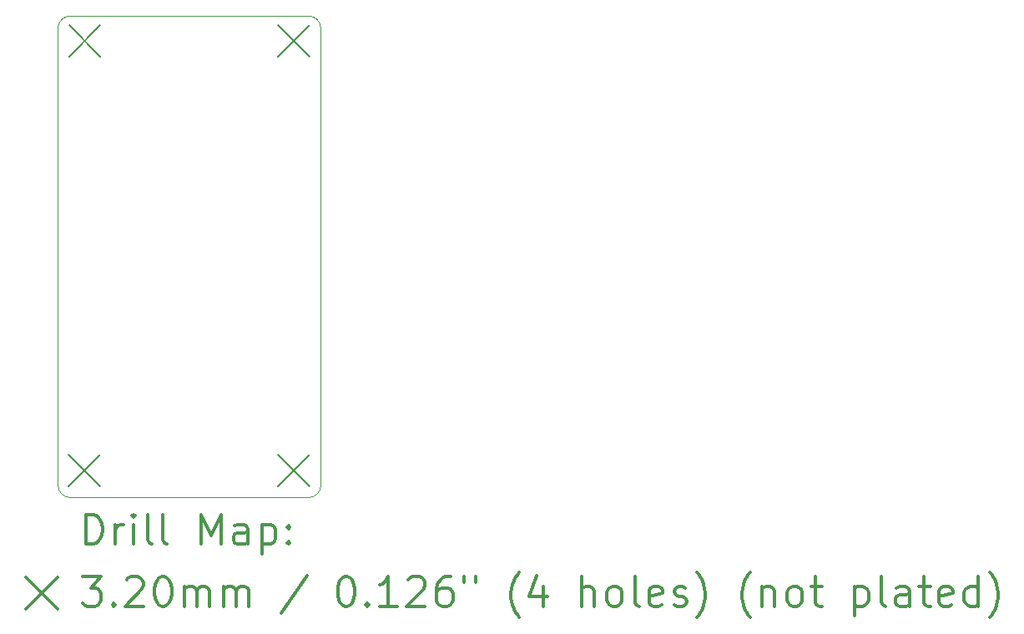
<source format=gbr>
%FSLAX45Y45*%
G04 Gerber Fmt 4.5, Leading zero omitted, Abs format (unit mm)*
G04 Created by KiCad (PCBNEW 5.1.5-52549c5~85~ubuntu18.04.1) date 2020-03-29 12:38:47*
%MOMM*%
%LPD*%
G04 APERTURE LIST*
%TA.AperFunction,Profile*%
%ADD10C,0.120000*%
%TD*%
%ADD11C,0.200000*%
%ADD12C,0.300000*%
G04 APERTURE END LIST*
D10*
X11938000Y-10414489D02*
G75*
G02X12065000Y-10287489I127000J0D01*
G01*
X14605000Y-15049500D02*
G75*
G02X14478000Y-15176500I-127000J0D01*
G01*
X14478000Y-10287489D02*
G75*
G02X14605000Y-10414489I0J-127000D01*
G01*
X12065000Y-15176989D02*
G75*
G02X11938000Y-15049989I0J127000D01*
G01*
X14605000Y-15049500D02*
X14605000Y-10414000D01*
X12065000Y-15176500D02*
X14478000Y-15176500D01*
X11938000Y-10414000D02*
X11938000Y-15049500D01*
X14478000Y-10287489D02*
X12065000Y-10287489D01*
D11*
X12043500Y-14743000D02*
X12363500Y-15063000D01*
X12363500Y-14743000D02*
X12043500Y-15063000D01*
X12048500Y-10380000D02*
X12368500Y-10700000D01*
X12368500Y-10380000D02*
X12048500Y-10700000D01*
X14168500Y-10380000D02*
X14488500Y-10700000D01*
X14488500Y-10380000D02*
X14168500Y-10700000D01*
X14168500Y-14743000D02*
X14488500Y-15063000D01*
X14488500Y-14743000D02*
X14168500Y-15063000D01*
D12*
X12218428Y-15648703D02*
X12218428Y-15348703D01*
X12289857Y-15348703D01*
X12332714Y-15362989D01*
X12361286Y-15391560D01*
X12375571Y-15420132D01*
X12389857Y-15477275D01*
X12389857Y-15520132D01*
X12375571Y-15577275D01*
X12361286Y-15605846D01*
X12332714Y-15634418D01*
X12289857Y-15648703D01*
X12218428Y-15648703D01*
X12518428Y-15648703D02*
X12518428Y-15448703D01*
X12518428Y-15505846D02*
X12532714Y-15477275D01*
X12547000Y-15462989D01*
X12575571Y-15448703D01*
X12604143Y-15448703D01*
X12704143Y-15648703D02*
X12704143Y-15448703D01*
X12704143Y-15348703D02*
X12689857Y-15362989D01*
X12704143Y-15377275D01*
X12718428Y-15362989D01*
X12704143Y-15348703D01*
X12704143Y-15377275D01*
X12889857Y-15648703D02*
X12861286Y-15634418D01*
X12847000Y-15605846D01*
X12847000Y-15348703D01*
X13047000Y-15648703D02*
X13018428Y-15634418D01*
X13004143Y-15605846D01*
X13004143Y-15348703D01*
X13389857Y-15648703D02*
X13389857Y-15348703D01*
X13489857Y-15562989D01*
X13589857Y-15348703D01*
X13589857Y-15648703D01*
X13861286Y-15648703D02*
X13861286Y-15491560D01*
X13847000Y-15462989D01*
X13818428Y-15448703D01*
X13761286Y-15448703D01*
X13732714Y-15462989D01*
X13861286Y-15634418D02*
X13832714Y-15648703D01*
X13761286Y-15648703D01*
X13732714Y-15634418D01*
X13718428Y-15605846D01*
X13718428Y-15577275D01*
X13732714Y-15548703D01*
X13761286Y-15534418D01*
X13832714Y-15534418D01*
X13861286Y-15520132D01*
X14004143Y-15448703D02*
X14004143Y-15748703D01*
X14004143Y-15462989D02*
X14032714Y-15448703D01*
X14089857Y-15448703D01*
X14118428Y-15462989D01*
X14132714Y-15477275D01*
X14147000Y-15505846D01*
X14147000Y-15591560D01*
X14132714Y-15620132D01*
X14118428Y-15634418D01*
X14089857Y-15648703D01*
X14032714Y-15648703D01*
X14004143Y-15634418D01*
X14275571Y-15620132D02*
X14289857Y-15634418D01*
X14275571Y-15648703D01*
X14261286Y-15634418D01*
X14275571Y-15620132D01*
X14275571Y-15648703D01*
X14275571Y-15462989D02*
X14289857Y-15477275D01*
X14275571Y-15491560D01*
X14261286Y-15477275D01*
X14275571Y-15462989D01*
X14275571Y-15491560D01*
X11612000Y-15982989D02*
X11932000Y-16302989D01*
X11932000Y-15982989D02*
X11612000Y-16302989D01*
X12189857Y-15978703D02*
X12375571Y-15978703D01*
X12275571Y-16092989D01*
X12318428Y-16092989D01*
X12347000Y-16107275D01*
X12361286Y-16121560D01*
X12375571Y-16150132D01*
X12375571Y-16221560D01*
X12361286Y-16250132D01*
X12347000Y-16264418D01*
X12318428Y-16278703D01*
X12232714Y-16278703D01*
X12204143Y-16264418D01*
X12189857Y-16250132D01*
X12504143Y-16250132D02*
X12518428Y-16264418D01*
X12504143Y-16278703D01*
X12489857Y-16264418D01*
X12504143Y-16250132D01*
X12504143Y-16278703D01*
X12632714Y-16007275D02*
X12647000Y-15992989D01*
X12675571Y-15978703D01*
X12747000Y-15978703D01*
X12775571Y-15992989D01*
X12789857Y-16007275D01*
X12804143Y-16035846D01*
X12804143Y-16064418D01*
X12789857Y-16107275D01*
X12618428Y-16278703D01*
X12804143Y-16278703D01*
X12989857Y-15978703D02*
X13018428Y-15978703D01*
X13047000Y-15992989D01*
X13061286Y-16007275D01*
X13075571Y-16035846D01*
X13089857Y-16092989D01*
X13089857Y-16164418D01*
X13075571Y-16221560D01*
X13061286Y-16250132D01*
X13047000Y-16264418D01*
X13018428Y-16278703D01*
X12989857Y-16278703D01*
X12961286Y-16264418D01*
X12947000Y-16250132D01*
X12932714Y-16221560D01*
X12918428Y-16164418D01*
X12918428Y-16092989D01*
X12932714Y-16035846D01*
X12947000Y-16007275D01*
X12961286Y-15992989D01*
X12989857Y-15978703D01*
X13218428Y-16278703D02*
X13218428Y-16078703D01*
X13218428Y-16107275D02*
X13232714Y-16092989D01*
X13261286Y-16078703D01*
X13304143Y-16078703D01*
X13332714Y-16092989D01*
X13347000Y-16121560D01*
X13347000Y-16278703D01*
X13347000Y-16121560D02*
X13361286Y-16092989D01*
X13389857Y-16078703D01*
X13432714Y-16078703D01*
X13461286Y-16092989D01*
X13475571Y-16121560D01*
X13475571Y-16278703D01*
X13618428Y-16278703D02*
X13618428Y-16078703D01*
X13618428Y-16107275D02*
X13632714Y-16092989D01*
X13661286Y-16078703D01*
X13704143Y-16078703D01*
X13732714Y-16092989D01*
X13747000Y-16121560D01*
X13747000Y-16278703D01*
X13747000Y-16121560D02*
X13761286Y-16092989D01*
X13789857Y-16078703D01*
X13832714Y-16078703D01*
X13861286Y-16092989D01*
X13875571Y-16121560D01*
X13875571Y-16278703D01*
X14461286Y-15964418D02*
X14204143Y-16350132D01*
X14847000Y-15978703D02*
X14875571Y-15978703D01*
X14904143Y-15992989D01*
X14918428Y-16007275D01*
X14932714Y-16035846D01*
X14947000Y-16092989D01*
X14947000Y-16164418D01*
X14932714Y-16221560D01*
X14918428Y-16250132D01*
X14904143Y-16264418D01*
X14875571Y-16278703D01*
X14847000Y-16278703D01*
X14818428Y-16264418D01*
X14804143Y-16250132D01*
X14789857Y-16221560D01*
X14775571Y-16164418D01*
X14775571Y-16092989D01*
X14789857Y-16035846D01*
X14804143Y-16007275D01*
X14818428Y-15992989D01*
X14847000Y-15978703D01*
X15075571Y-16250132D02*
X15089857Y-16264418D01*
X15075571Y-16278703D01*
X15061286Y-16264418D01*
X15075571Y-16250132D01*
X15075571Y-16278703D01*
X15375571Y-16278703D02*
X15204143Y-16278703D01*
X15289857Y-16278703D02*
X15289857Y-15978703D01*
X15261286Y-16021560D01*
X15232714Y-16050132D01*
X15204143Y-16064418D01*
X15489857Y-16007275D02*
X15504143Y-15992989D01*
X15532714Y-15978703D01*
X15604143Y-15978703D01*
X15632714Y-15992989D01*
X15647000Y-16007275D01*
X15661286Y-16035846D01*
X15661286Y-16064418D01*
X15647000Y-16107275D01*
X15475571Y-16278703D01*
X15661286Y-16278703D01*
X15918428Y-15978703D02*
X15861286Y-15978703D01*
X15832714Y-15992989D01*
X15818428Y-16007275D01*
X15789857Y-16050132D01*
X15775571Y-16107275D01*
X15775571Y-16221560D01*
X15789857Y-16250132D01*
X15804143Y-16264418D01*
X15832714Y-16278703D01*
X15889857Y-16278703D01*
X15918428Y-16264418D01*
X15932714Y-16250132D01*
X15947000Y-16221560D01*
X15947000Y-16150132D01*
X15932714Y-16121560D01*
X15918428Y-16107275D01*
X15889857Y-16092989D01*
X15832714Y-16092989D01*
X15804143Y-16107275D01*
X15789857Y-16121560D01*
X15775571Y-16150132D01*
X16061286Y-15978703D02*
X16061286Y-16035846D01*
X16175571Y-15978703D02*
X16175571Y-16035846D01*
X16618428Y-16392989D02*
X16604143Y-16378703D01*
X16575571Y-16335846D01*
X16561286Y-16307275D01*
X16547000Y-16264418D01*
X16532714Y-16192989D01*
X16532714Y-16135846D01*
X16547000Y-16064418D01*
X16561286Y-16021560D01*
X16575571Y-15992989D01*
X16604143Y-15950132D01*
X16618428Y-15935846D01*
X16861286Y-16078703D02*
X16861286Y-16278703D01*
X16789857Y-15964418D02*
X16718428Y-16178703D01*
X16904143Y-16178703D01*
X17247000Y-16278703D02*
X17247000Y-15978703D01*
X17375571Y-16278703D02*
X17375571Y-16121560D01*
X17361286Y-16092989D01*
X17332714Y-16078703D01*
X17289857Y-16078703D01*
X17261286Y-16092989D01*
X17247000Y-16107275D01*
X17561286Y-16278703D02*
X17532714Y-16264418D01*
X17518428Y-16250132D01*
X17504143Y-16221560D01*
X17504143Y-16135846D01*
X17518428Y-16107275D01*
X17532714Y-16092989D01*
X17561286Y-16078703D01*
X17604143Y-16078703D01*
X17632714Y-16092989D01*
X17647000Y-16107275D01*
X17661286Y-16135846D01*
X17661286Y-16221560D01*
X17647000Y-16250132D01*
X17632714Y-16264418D01*
X17604143Y-16278703D01*
X17561286Y-16278703D01*
X17832714Y-16278703D02*
X17804143Y-16264418D01*
X17789857Y-16235846D01*
X17789857Y-15978703D01*
X18061286Y-16264418D02*
X18032714Y-16278703D01*
X17975571Y-16278703D01*
X17947000Y-16264418D01*
X17932714Y-16235846D01*
X17932714Y-16121560D01*
X17947000Y-16092989D01*
X17975571Y-16078703D01*
X18032714Y-16078703D01*
X18061286Y-16092989D01*
X18075571Y-16121560D01*
X18075571Y-16150132D01*
X17932714Y-16178703D01*
X18189857Y-16264418D02*
X18218428Y-16278703D01*
X18275571Y-16278703D01*
X18304143Y-16264418D01*
X18318428Y-16235846D01*
X18318428Y-16221560D01*
X18304143Y-16192989D01*
X18275571Y-16178703D01*
X18232714Y-16178703D01*
X18204143Y-16164418D01*
X18189857Y-16135846D01*
X18189857Y-16121560D01*
X18204143Y-16092989D01*
X18232714Y-16078703D01*
X18275571Y-16078703D01*
X18304143Y-16092989D01*
X18418428Y-16392989D02*
X18432714Y-16378703D01*
X18461286Y-16335846D01*
X18475571Y-16307275D01*
X18489857Y-16264418D01*
X18504143Y-16192989D01*
X18504143Y-16135846D01*
X18489857Y-16064418D01*
X18475571Y-16021560D01*
X18461286Y-15992989D01*
X18432714Y-15950132D01*
X18418428Y-15935846D01*
X18961286Y-16392989D02*
X18947000Y-16378703D01*
X18918428Y-16335846D01*
X18904143Y-16307275D01*
X18889857Y-16264418D01*
X18875571Y-16192989D01*
X18875571Y-16135846D01*
X18889857Y-16064418D01*
X18904143Y-16021560D01*
X18918428Y-15992989D01*
X18947000Y-15950132D01*
X18961286Y-15935846D01*
X19075571Y-16078703D02*
X19075571Y-16278703D01*
X19075571Y-16107275D02*
X19089857Y-16092989D01*
X19118428Y-16078703D01*
X19161286Y-16078703D01*
X19189857Y-16092989D01*
X19204143Y-16121560D01*
X19204143Y-16278703D01*
X19389857Y-16278703D02*
X19361286Y-16264418D01*
X19347000Y-16250132D01*
X19332714Y-16221560D01*
X19332714Y-16135846D01*
X19347000Y-16107275D01*
X19361286Y-16092989D01*
X19389857Y-16078703D01*
X19432714Y-16078703D01*
X19461286Y-16092989D01*
X19475571Y-16107275D01*
X19489857Y-16135846D01*
X19489857Y-16221560D01*
X19475571Y-16250132D01*
X19461286Y-16264418D01*
X19432714Y-16278703D01*
X19389857Y-16278703D01*
X19575571Y-16078703D02*
X19689857Y-16078703D01*
X19618428Y-15978703D02*
X19618428Y-16235846D01*
X19632714Y-16264418D01*
X19661286Y-16278703D01*
X19689857Y-16278703D01*
X20018428Y-16078703D02*
X20018428Y-16378703D01*
X20018428Y-16092989D02*
X20047000Y-16078703D01*
X20104143Y-16078703D01*
X20132714Y-16092989D01*
X20147000Y-16107275D01*
X20161286Y-16135846D01*
X20161286Y-16221560D01*
X20147000Y-16250132D01*
X20132714Y-16264418D01*
X20104143Y-16278703D01*
X20047000Y-16278703D01*
X20018428Y-16264418D01*
X20332714Y-16278703D02*
X20304143Y-16264418D01*
X20289857Y-16235846D01*
X20289857Y-15978703D01*
X20575571Y-16278703D02*
X20575571Y-16121560D01*
X20561286Y-16092989D01*
X20532714Y-16078703D01*
X20475571Y-16078703D01*
X20447000Y-16092989D01*
X20575571Y-16264418D02*
X20547000Y-16278703D01*
X20475571Y-16278703D01*
X20447000Y-16264418D01*
X20432714Y-16235846D01*
X20432714Y-16207275D01*
X20447000Y-16178703D01*
X20475571Y-16164418D01*
X20547000Y-16164418D01*
X20575571Y-16150132D01*
X20675571Y-16078703D02*
X20789857Y-16078703D01*
X20718428Y-15978703D02*
X20718428Y-16235846D01*
X20732714Y-16264418D01*
X20761286Y-16278703D01*
X20789857Y-16278703D01*
X21004143Y-16264418D02*
X20975571Y-16278703D01*
X20918428Y-16278703D01*
X20889857Y-16264418D01*
X20875571Y-16235846D01*
X20875571Y-16121560D01*
X20889857Y-16092989D01*
X20918428Y-16078703D01*
X20975571Y-16078703D01*
X21004143Y-16092989D01*
X21018428Y-16121560D01*
X21018428Y-16150132D01*
X20875571Y-16178703D01*
X21275571Y-16278703D02*
X21275571Y-15978703D01*
X21275571Y-16264418D02*
X21247000Y-16278703D01*
X21189857Y-16278703D01*
X21161286Y-16264418D01*
X21147000Y-16250132D01*
X21132714Y-16221560D01*
X21132714Y-16135846D01*
X21147000Y-16107275D01*
X21161286Y-16092989D01*
X21189857Y-16078703D01*
X21247000Y-16078703D01*
X21275571Y-16092989D01*
X21389857Y-16392989D02*
X21404143Y-16378703D01*
X21432714Y-16335846D01*
X21447000Y-16307275D01*
X21461286Y-16264418D01*
X21475571Y-16192989D01*
X21475571Y-16135846D01*
X21461286Y-16064418D01*
X21447000Y-16021560D01*
X21432714Y-15992989D01*
X21404143Y-15950132D01*
X21389857Y-15935846D01*
M02*

</source>
